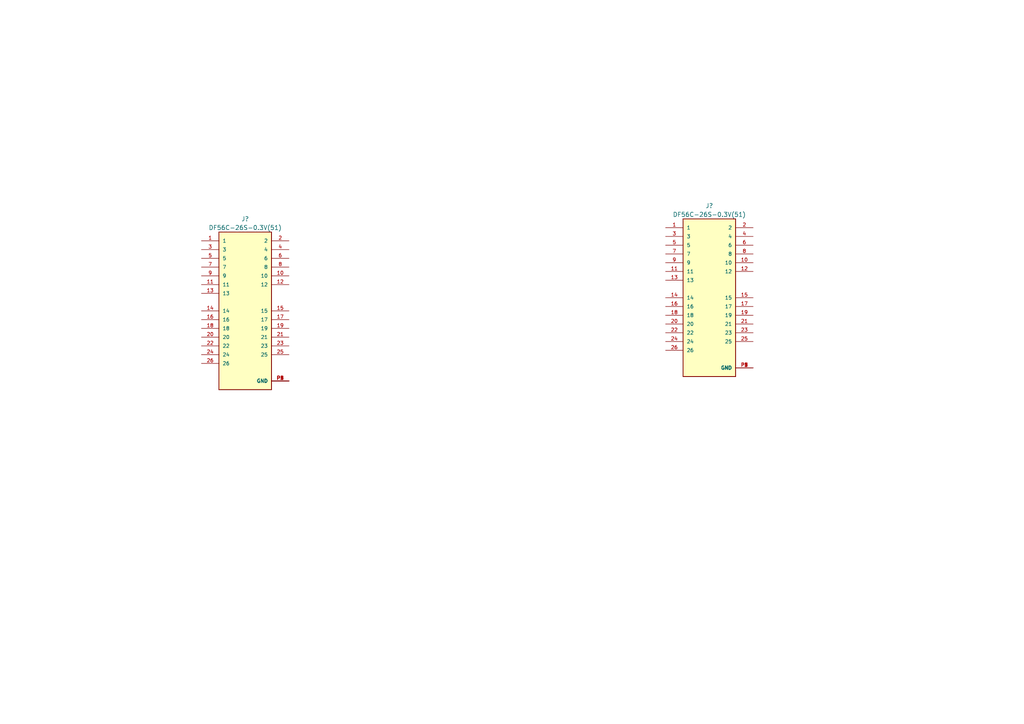
<source format=kicad_sch>
(kicad_sch (version 20210406) (generator eeschema)

  (uuid 9eb8b072-433c-448c-b964-8ec9305d32c8)

  (paper "A4")

  (lib_symbols
    (symbol "DF56C-26S-0.3V_51_:DF56C-26S-0.3V(51)" (pin_names (offset 1.016)) (in_bom yes) (on_board yes)
      (property "Reference" "J" (id 0) (at -7.62 23.495 0)
        (effects (font (size 1.27 1.27)) (justify left bottom))
      )
      (property "Value" "DF56C-26S-0.3V(51)" (id 1) (at -7.62 -25.4 0)
        (effects (font (size 1.27 1.27)) (justify left bottom))
      )
      (property "Footprint" "HRS_DF56C-26S-0.3V(51)" (id 2) (at 0 0 0)
        (effects (font (size 1.27 1.27)) (justify left bottom) hide)
      )
      (property "Datasheet" "" (id 3) (at 0 0 0)
        (effects (font (size 1.27 1.27)) (justify left bottom) hide)
      )
      (property "STANDARD" "Manufacturer Recommendations" (id 4) (at 0 0 0)
        (effects (font (size 1.27 1.27)) (justify left bottom) hide)
      )
      (property "MANUFACTURER" "HRS Inc" (id 5) (at 0 0 0)
        (effects (font (size 1.27 1.27)) (justify left bottom) hide)
      )
      (property "ki_locked" "" (id 6) (at 0 0 0)
        (effects (font (size 1.27 1.27)))
      )
      (symbol "DF56C-26S-0.3V(51)_0_0"
        (rectangle (start -7.62 -22.86) (end 7.62 22.86)
          (stroke (width 0.254)) (fill (type background))
        )
        (pin passive line (at -12.7 20.32 0) (length 5.08)
          (name "1" (effects (font (size 1.016 1.016))))
          (number "1" (effects (font (size 1.016 1.016))))
        )
        (pin passive line (at 12.7 10.16 180) (length 5.08)
          (name "10" (effects (font (size 1.016 1.016))))
          (number "10" (effects (font (size 1.016 1.016))))
        )
        (pin passive line (at -12.7 7.62 0) (length 5.08)
          (name "11" (effects (font (size 1.016 1.016))))
          (number "11" (effects (font (size 1.016 1.016))))
        )
        (pin passive line (at 12.7 7.62 180) (length 5.08)
          (name "12" (effects (font (size 1.016 1.016))))
          (number "12" (effects (font (size 1.016 1.016))))
        )
        (pin passive line (at -12.7 5.08 0) (length 5.08)
          (name "13" (effects (font (size 1.016 1.016))))
          (number "13" (effects (font (size 1.016 1.016))))
        )
        (pin passive line (at -12.7 0 0) (length 5.08)
          (name "14" (effects (font (size 1.016 1.016))))
          (number "14" (effects (font (size 1.016 1.016))))
        )
        (pin passive line (at 12.7 0 180) (length 5.08)
          (name "15" (effects (font (size 1.016 1.016))))
          (number "15" (effects (font (size 1.016 1.016))))
        )
        (pin passive line (at -12.7 -2.54 0) (length 5.08)
          (name "16" (effects (font (size 1.016 1.016))))
          (number "16" (effects (font (size 1.016 1.016))))
        )
        (pin passive line (at 12.7 -2.54 180) (length 5.08)
          (name "17" (effects (font (size 1.016 1.016))))
          (number "17" (effects (font (size 1.016 1.016))))
        )
        (pin passive line (at -12.7 -5.08 0) (length 5.08)
          (name "18" (effects (font (size 1.016 1.016))))
          (number "18" (effects (font (size 1.016 1.016))))
        )
        (pin passive line (at 12.7 -5.08 180) (length 5.08)
          (name "19" (effects (font (size 1.016 1.016))))
          (number "19" (effects (font (size 1.016 1.016))))
        )
        (pin passive line (at 12.7 20.32 180) (length 5.08)
          (name "2" (effects (font (size 1.016 1.016))))
          (number "2" (effects (font (size 1.016 1.016))))
        )
        (pin passive line (at -12.7 -7.62 0) (length 5.08)
          (name "20" (effects (font (size 1.016 1.016))))
          (number "20" (effects (font (size 1.016 1.016))))
        )
        (pin passive line (at 12.7 -7.62 180) (length 5.08)
          (name "21" (effects (font (size 1.016 1.016))))
          (number "21" (effects (font (size 1.016 1.016))))
        )
        (pin passive line (at -12.7 -10.16 0) (length 5.08)
          (name "22" (effects (font (size 1.016 1.016))))
          (number "22" (effects (font (size 1.016 1.016))))
        )
        (pin passive line (at 12.7 -10.16 180) (length 5.08)
          (name "23" (effects (font (size 1.016 1.016))))
          (number "23" (effects (font (size 1.016 1.016))))
        )
        (pin passive line (at -12.7 -12.7 0) (length 5.08)
          (name "24" (effects (font (size 1.016 1.016))))
          (number "24" (effects (font (size 1.016 1.016))))
        )
        (pin passive line (at 12.7 -12.7 180) (length 5.08)
          (name "25" (effects (font (size 1.016 1.016))))
          (number "25" (effects (font (size 1.016 1.016))))
        )
        (pin passive line (at -12.7 -15.24 0) (length 5.08)
          (name "26" (effects (font (size 1.016 1.016))))
          (number "26" (effects (font (size 1.016 1.016))))
        )
        (pin passive line (at -12.7 17.78 0) (length 5.08)
          (name "3" (effects (font (size 1.016 1.016))))
          (number "3" (effects (font (size 1.016 1.016))))
        )
        (pin passive line (at 12.7 17.78 180) (length 5.08)
          (name "4" (effects (font (size 1.016 1.016))))
          (number "4" (effects (font (size 1.016 1.016))))
        )
        (pin passive line (at -12.7 15.24 0) (length 5.08)
          (name "5" (effects (font (size 1.016 1.016))))
          (number "5" (effects (font (size 1.016 1.016))))
        )
        (pin passive line (at 12.7 15.24 180) (length 5.08)
          (name "6" (effects (font (size 1.016 1.016))))
          (number "6" (effects (font (size 1.016 1.016))))
        )
        (pin passive line (at -12.7 12.7 0) (length 5.08)
          (name "7" (effects (font (size 1.016 1.016))))
          (number "7" (effects (font (size 1.016 1.016))))
        )
        (pin passive line (at 12.7 12.7 180) (length 5.08)
          (name "8" (effects (font (size 1.016 1.016))))
          (number "8" (effects (font (size 1.016 1.016))))
        )
        (pin passive line (at -12.7 10.16 0) (length 5.08)
          (name "9" (effects (font (size 1.016 1.016))))
          (number "9" (effects (font (size 1.016 1.016))))
        )
        (pin power_in line (at 12.7 -20.32 180) (length 5.08)
          (name "GND" (effects (font (size 1.016 1.016))))
          (number "P1" (effects (font (size 1.016 1.016))))
        )
        (pin power_in line (at 12.7 -20.32 180) (length 5.08)
          (name "GND" (effects (font (size 1.016 1.016))))
          (number "P2" (effects (font (size 1.016 1.016))))
        )
        (pin power_in line (at 12.7 -20.32 180) (length 5.08)
          (name "GND" (effects (font (size 1.016 1.016))))
          (number "P3" (effects (font (size 1.016 1.016))))
        )
        (pin power_in line (at 12.7 -20.32 180) (length 5.08)
          (name "GND" (effects (font (size 1.016 1.016))))
          (number "P4" (effects (font (size 1.016 1.016))))
        )
        (pin power_in line (at 12.7 -20.32 180) (length 5.08)
          (name "GND" (effects (font (size 1.016 1.016))))
          (number "P5" (effects (font (size 1.016 1.016))))
        )
      )
    )
  )


  (symbol (lib_id "DF56C-26S-0.3V_51_:DF56C-26S-0.3V(51)") (at 71.12 90.17 0) (unit 1)
    (in_bom yes) (on_board yes) (fields_autoplaced)
    (uuid 085b7300-bb09-439b-a968-87aed950388f)
    (property "Reference" "J?" (id 0) (at 71.12 63.5 0))
    (property "Value" "DF56C-26S-0.3V(51)" (id 1) (at 71.12 66.04 0))
    (property "Footprint" "HRS_DF56C-26S-0.3V(51)" (id 2) (at 71.12 90.17 0)
      (effects (font (size 1.27 1.27)) (justify left bottom) hide)
    )
    (property "Datasheet" "" (id 3) (at 71.12 90.17 0)
      (effects (font (size 1.27 1.27)) (justify left bottom) hide)
    )
    (property "STANDARD" "Manufacturer Recommendations" (id 4) (at 71.12 90.17 0)
      (effects (font (size 1.27 1.27)) (justify left bottom) hide)
    )
    (property "MANUFACTURER" "HRS Inc" (id 5) (at 71.12 90.17 0)
      (effects (font (size 1.27 1.27)) (justify left bottom) hide)
    )
    (pin "1" (uuid c6482746-9b44-4bf5-b680-449772aba205))
    (pin "10" (uuid 41e0f8e0-9606-4fa0-95e4-aa55394d8b12))
    (pin "11" (uuid ccde0b39-8dcd-4a6f-86b9-3143ec40e074))
    (pin "12" (uuid b7dc4131-72e3-4904-8063-f11febc756c5))
    (pin "13" (uuid 406cf5c5-3809-4cde-ba23-7974fd87aaae))
    (pin "14" (uuid b898fbc0-9e44-469b-9d46-5cc7c1d88a1b))
    (pin "15" (uuid 36f8da4e-62a0-465c-8034-550ac047e5be))
    (pin "16" (uuid 8ca7839e-d683-4c45-8360-404c9068258a))
    (pin "17" (uuid dae7f20a-6919-4a84-be16-ce921e80964d))
    (pin "18" (uuid 01c9b2ba-2a76-4b5c-83d4-34a5e579189d))
    (pin "19" (uuid 3379651f-1332-4c33-baea-3310927f3733))
    (pin "2" (uuid 268d4bcd-bac4-4fba-afc9-361a790e47a1))
    (pin "20" (uuid 23a23bde-156e-4251-a671-287509f3d9cb))
    (pin "21" (uuid 722aace7-6771-4363-90fd-641526ae4a28))
    (pin "22" (uuid 5024ce74-68e3-4c46-b632-b1ba2878cc57))
    (pin "23" (uuid d4323404-932a-4d2f-b43a-c56ce780c56c))
    (pin "24" (uuid fa69967a-2b27-421b-b63e-31a7eae4f28f))
    (pin "25" (uuid 11332833-30a7-403a-aa7d-f8a449886370))
    (pin "26" (uuid 94f37b89-2f5c-43e2-9eb5-aced14cdf7b0))
    (pin "3" (uuid 86de1b00-d4b8-45f5-85f8-882700642851))
    (pin "4" (uuid 288adf1a-0c57-4bb1-b9ba-83cce03eea37))
    (pin "5" (uuid ccfab165-8df1-4877-b30b-72e7763c66fc))
    (pin "6" (uuid 466cd949-f112-4f8f-ac6c-ea47950b426d))
    (pin "7" (uuid ad705786-0f7b-410c-90f2-af1bedb17659))
    (pin "8" (uuid ede88013-48b4-4ee4-9cef-7251361850ce))
    (pin "9" (uuid 98aeefd5-e7f0-4092-8a3e-5b13f9cbc900))
    (pin "P1" (uuid 6fb2f36b-e164-446f-92d0-b15ee81fc420))
    (pin "P2" (uuid 6fc1bf7a-7078-40a1-a162-ae9d90ae3a5b))
    (pin "P3" (uuid 7fb8aa8b-7bb0-4c4c-9fa1-edea42a9a608))
    (pin "P4" (uuid 17ff5c6c-018e-4564-a3fc-c3665393db96))
    (pin "P5" (uuid 6c94cfcb-6638-422f-b65a-49a894fc3be7))
  )

  (symbol (lib_id "DF56C-26S-0.3V_51_:DF56C-26S-0.3V(51)") (at 205.74 86.36 0) (unit 1)
    (in_bom yes) (on_board yes) (fields_autoplaced)
    (uuid 22214612-2247-48a6-beea-fd08359d9132)
    (property "Reference" "J?" (id 0) (at 205.74 59.69 0))
    (property "Value" "DF56C-26S-0.3V(51)" (id 1) (at 205.74 62.23 0))
    (property "Footprint" "HRS_DF56C-26S-0.3V(51)" (id 2) (at 205.74 86.36 0)
      (effects (font (size 1.27 1.27)) (justify left bottom) hide)
    )
    (property "Datasheet" "" (id 3) (at 205.74 86.36 0)
      (effects (font (size 1.27 1.27)) (justify left bottom) hide)
    )
    (property "STANDARD" "Manufacturer Recommendations" (id 4) (at 205.74 86.36 0)
      (effects (font (size 1.27 1.27)) (justify left bottom) hide)
    )
    (property "MANUFACTURER" "HRS Inc" (id 5) (at 205.74 86.36 0)
      (effects (font (size 1.27 1.27)) (justify left bottom) hide)
    )
    (pin "1" (uuid d088ff96-774d-4016-b0e6-d666ff689ef7))
    (pin "10" (uuid 3edc7408-153a-4a9a-8828-4bba0609d75d))
    (pin "11" (uuid f6684653-715c-42d1-8786-98da0b9a957a))
    (pin "12" (uuid cc395998-99c5-4416-bba3-2ee4fa93d50a))
    (pin "13" (uuid 4b4764cf-3bcb-43f9-ba86-d27cc6fe79ff))
    (pin "14" (uuid 91045531-cabe-4c84-b6e9-2c98ad00d477))
    (pin "15" (uuid a922f9fc-e92b-4b32-bcf4-6bf3da93cafc))
    (pin "16" (uuid 0b886ad7-5e7a-4226-a4cb-ffaa214fede9))
    (pin "17" (uuid bb301a56-3bc4-4c4b-87b8-a07aa3f9c30a))
    (pin "18" (uuid f07f79f8-345e-447b-beae-c2ebbf1492e6))
    (pin "19" (uuid 3384b6db-f94c-4bde-9724-72d33f957333))
    (pin "2" (uuid 8332a76a-f0dd-4fb7-aa92-c28769339cf1))
    (pin "20" (uuid 4e4edcb7-618a-4c9a-a4de-9fcd5b79f5c3))
    (pin "21" (uuid f4748477-5bdd-4059-91df-ce4d8d860a56))
    (pin "22" (uuid 3b4c8159-3031-42de-991e-fa205725f389))
    (pin "23" (uuid a1680a97-d0c2-44c3-9e88-de15963e6273))
    (pin "24" (uuid d2c3b19d-1f52-487c-9738-6efa77f7ccc8))
    (pin "25" (uuid 2d2e4c3f-8d88-4f7d-b88e-6c9253cc77f5))
    (pin "26" (uuid 9c619f36-61f9-4334-b633-fe80a2146786))
    (pin "3" (uuid 4df752cf-f999-4a13-b236-8bf1ab1905b6))
    (pin "4" (uuid b2c7cca2-e917-4b1e-bc18-2e62e49b60da))
    (pin "5" (uuid 56b536d0-9fcc-41f4-b82f-374406410aef))
    (pin "6" (uuid 82cf715d-a615-4e7c-afad-abfdb21a06eb))
    (pin "7" (uuid c3efea4a-5aaf-4fc5-acd7-ec127da4c8cf))
    (pin "8" (uuid d72453ca-702e-4a78-b6d2-d88ad3b773a2))
    (pin "9" (uuid e07a7453-7e60-4611-82df-3dc70193fb6e))
    (pin "P1" (uuid 5490f545-9a00-496e-9218-19aef000d31e))
    (pin "P2" (uuid 85d0ea33-7875-4957-a26c-b9143e89f8b8))
    (pin "P3" (uuid b91f5e6d-7b49-41f0-a816-efff67989d9e))
    (pin "P4" (uuid 72468255-3276-425b-bcb0-1d22bacbf4ba))
    (pin "P5" (uuid c6fe88c0-0ec3-413c-8b09-09c736614a32))
  )

  (sheet_instances
    (path "/" (page "1"))
  )

  (symbol_instances
    (path "/085b7300-bb09-439b-a968-87aed950388f"
      (reference "J?") (unit 1) (value "DF56C-26S-0.3V(51)") (footprint "HRS_DF56C-26S-0.3V(51)")
    )
    (path "/22214612-2247-48a6-beea-fd08359d9132"
      (reference "J?") (unit 1) (value "DF56C-26S-0.3V(51)") (footprint "HRS_DF56C-26S-0.3V(51)")
    )
  )
)

</source>
